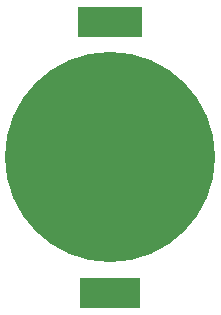
<source format=gbr>
G04 #@! TF.GenerationSoftware,KiCad,Pcbnew,(5.1.5)-3*
G04 #@! TF.CreationDate,2020-06-01T19:43:40+09:00*
G04 #@! TF.ProjectId,GPS___ ___ ver 1.1(__ __),47505370-7430-420a-91e0-302076657220,rev?*
G04 #@! TF.SameCoordinates,Original*
G04 #@! TF.FileFunction,Paste,Bot*
G04 #@! TF.FilePolarity,Positive*
%FSLAX46Y46*%
G04 Gerber Fmt 4.6, Leading zero omitted, Abs format (unit mm)*
G04 Created by KiCad (PCBNEW (5.1.5)-3) date 2020-06-01 19:43:40*
%MOMM*%
%LPD*%
G04 APERTURE LIST*
%ADD10C,17.800000*%
%ADD11R,5.400000X2.500000*%
%ADD12R,5.100000X2.500000*%
G04 APERTURE END LIST*
D10*
G04 #@! TO.C,BT1*
X179850000Y-57060000D03*
D11*
X179850000Y-45610000D03*
D12*
X179850000Y-68510000D03*
G04 #@! TD*
M02*

</source>
